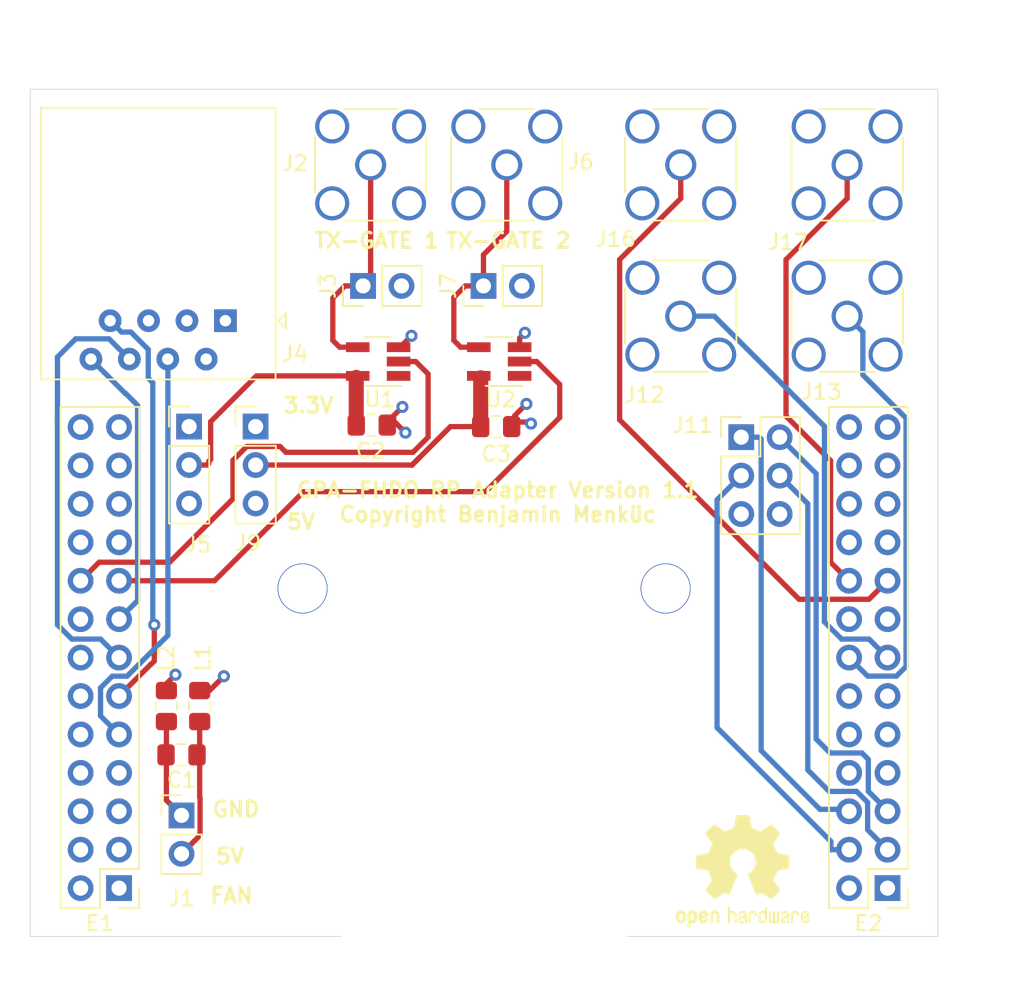
<source format=kicad_pcb>
(kicad_pcb (version 20171130) (host pcbnew "(5.1.5)-2")
  (layers (0 F.Cu signal) (1 In1.Cu power) (2 In2.Cu power) (31 B.Cu signal) (34 B.Paste user) (35 F.Paste user) (36 B.SilkS user) (37 F.SilkS user) (38 B.Mask user) (39 F.Mask user) (44 Edge.Cuts user))
  (net 0 "")
  (net 1 "Net-(C1-Pad2)")
  (net 2 "Net-(C1-Pad1)")
  (net 3 GND)
  (net 4 /TX_GATE_BUFFERED)
  (net 5 /MI)
  (net 6 /CS)
  (net 7 /MO)
  (net 8 /CLK)
  (net 9 +3V3)
  (net 10 +5V)
  (net 11 /TX_GATE_BUFFERED_2)
  (net 12 "Net-(J8-Pad24)")
  (net 13 "Net-(J8-Pad23)")
  (net 14 "Net-(J8-Pad22)")
  (net 15 "Net-(J8-Pad21)")
  (net 16 "Net-(J8-Pad20)")
  (net 17 "Net-(J8-Pad19)")
  (net 18 /TX_GATE)
  (net 19 /TX_GATE_2)
  (net 20 "Net-(J8-Pad16)")
  (net 21 "Net-(J8-Pad14)")
  (net 22 "Net-(J8-Pad12)")
  (net 23 "Net-(J8-Pad10)")
  (net 24 "Net-(J8-Pad8)")
  (net 25 "Net-(J8-Pad7)")
  (net 26 "Net-(J8-Pad6)")
  (net 27 "Net-(J8-Pad5)")
  (net 28 "Net-(J8-Pad4)")
  (net 29 "Net-(J8-Pad3)")
  (net 30 "Net-(J10-Pad24)")
  (net 31 "Net-(J10-Pad23)")
  (net 32 "Net-(J10-Pad22)")
  (net 33 "Net-(J10-Pad21)")
  (net 34 /Analog_Out_3)
  (net 35 /Analog_Out_2)
  (net 36 /Analog_Out_1)
  (net 37 /Analog_Out_0)
  (net 38 /Analog_In_3)
  (net 39 /Analog_In_2)
  (net 40 /Analog_In_1)
  (net 41 /Analog_In_0)
  (net 42 "Net-(J10-Pad12)")
  (net 43 "Net-(J10-Pad11)")
  (net 44 "Net-(J10-Pad10)")
  (net 45 "Net-(J10-Pad9)")
  (net 46 "Net-(J10-Pad8)")
  (net 47 "Net-(J10-Pad7)")
  (net 48 /CS_RP)
  (net 49 /SCK_RP)
  (net 50 /MISO_RP)
  (net 51 /MOSI_RP)
  (net 52 "Net-(J10-Pad2)")
  (net 53 /VCC1)
  (net 54 /VCC2)
  (module MountingHole:MountingHole_5mm (layer F.Cu) (at 130 105)
    (fp_text reference REF** (at 0 -6) (layer F.SilkS))
    (fp_text value MountingHole_5mm)
    (pad "" np_thru_hole circle (at 0 0) (size 29 29) (drill 29) (layers *.Cu *.Mask))
  )
  (module Connector_RJ:RJ45_Amphenol_54602-x08_Horizontal (layer F.Cu) (at 112.9 75.3 180)
    (fp_text reference J4 (at -4.6 -2.2) (layer F.SilkS))
    (fp_text value RJ45)
    (pad 8 thru_hole circle (at 8.89 -2.54 180) (size 1.5 1.5) (drill 0.76) (layers *.Cu *.Mask) (net 5 /MI))
    (pad 7 thru_hole circle (at 7.62 0 180) (size 1.5 1.5) (drill 0.76) (layers *.Cu *.Mask) (net 6 /CS))
    (pad 6 thru_hole circle (at 6.35 -2.54 180) (size 1.5 1.5) (drill 0.76) (layers *.Cu *.Mask) (net 7 /MO))
    (pad 5 thru_hole circle (at 5.08 0 180) (size 1.5 1.5) (drill 0.76) (layers *.Cu *.Mask) (net 3 GND))
    (pad 4 thru_hole circle (at 3.81 -2.54 180) (size 1.5 1.5) (drill 0.76) (layers *.Cu *.Mask) (net 8 /CLK))
    (pad 3 thru_hole circle (at 2.54 0 180) (size 1.5 1.5) (drill 0.76) (layers *.Cu *.Mask) (net 3 GND))
    (pad 2 thru_hole circle (at 1.27 -2.54 180) (size 1.5 1.5) (drill 0.76) (layers *.Cu *.Mask) (net 9 +3V3))
    (pad 1 thru_hole rect (at 0 0 180) (size 1.5 1.5) (drill 0.76) (layers *.Cu *.Mask) (net 3 GND))
    (pad "" np_thru_hole circle (at -1.27 6.35 180) (size 3.2 3.2) (drill 3.2) (layers *.Cu *.Mask))
    (pad "" np_thru_hole circle (at 10.16 6.35 180) (size 3.2 3.2) (drill 3.2) (layers *.Cu *.Mask))
  )
  (module Symbol:OSHW-Logo2_9.8x8mm_SilkScreen (layer F.Cu) (at 147.1 111.7)
    (fp_text reference REF** hide)
    (fp_text value OSHW-Logo2_9.8x8mm_SilkScreen hide)
  )
  (module Package_TO_SOT_SMD:SOT-23-5_HandSoldering (layer F.Cu) (at 131 78 180)
    (fp_text reference U2 (at -0.1 -2.5) (layer F.SilkS))
    (fp_text value 74LVC1G17)
    (pad 5 smd rect (at 1.35 -0.95 180) (size 1.56 0.65) (layers F.Cu F.Paste F.Mask) (net 54 /VCC2))
    (pad 4 smd rect (at 1.35 0.95 180) (size 1.56 0.65) (layers F.Cu F.Paste F.Mask) (net 11 /TX_GATE_BUFFERED_2))
    (pad 3 smd rect (at -1.35 0.95 180) (size 1.56 0.65) (layers F.Cu F.Paste F.Mask) (net 3 GND))
    (pad 2 smd rect (at -1.35 0 180) (size 1.56 0.65) (layers F.Cu F.Paste F.Mask) (net 19 /TX_GATE_2))
    (pad 1 smd rect (at -1.35 -0.95 180) (size 1.56 0.65) (layers F.Cu F.Paste F.Mask))
  )
  (module Package_TO_SOT_SMD:SOT-23-5_HandSoldering (layer F.Cu) (at 123 78 180)
    (fp_text reference U1 (at -0.1 -2.5) (layer F.SilkS))
    (fp_text value 74LVC1G17)
    (pad 5 smd rect (at 1.35 -0.95 180) (size 1.56 0.65) (layers F.Cu F.Paste F.Mask) (net 53 /VCC1))
    (pad 4 smd rect (at 1.35 0.95 180) (size 1.56 0.65) (layers F.Cu F.Paste F.Mask) (net 4 /TX_GATE_BUFFERED))
    (pad 3 smd rect (at -1.35 0.95 180) (size 1.56 0.65) (layers F.Cu F.Paste F.Mask) (net 3 GND))
    (pad 2 smd rect (at -1.35 0 180) (size 1.56 0.65) (layers F.Cu F.Paste F.Mask) (net 18 /TX_GATE))
    (pad 1 smd rect (at -1.35 -0.95 180) (size 1.56 0.65) (layers F.Cu F.Paste F.Mask))
  )
  (module Inductor_SMD:L_0805_2012Metric_Pad1.15x1.40mm_HandSolder (layer F.Cu) (at 109 100.775 270)
    (fp_text reference L2 (at -3.175 0 90) (layer F.SilkS))
    (fp_text value L)
    (pad 2 smd roundrect (at 1.025 0 270) (size 1.15 1.4) (layers F.Cu F.Paste F.Mask) (roundrect_rratio 0.217391) (net 1 "Net-(C1-Pad2)"))
    (pad 1 smd roundrect (at -1.025 0 270) (size 1.15 1.4) (layers F.Cu F.Paste F.Mask) (roundrect_rratio 0.217391) (net 3 GND))
  )
  (module Inductor_SMD:L_0805_2012Metric_Pad1.15x1.40mm_HandSolder (layer F.Cu) (at 111.2 100.775 270)
    (fp_text reference L1 (at -3.175 -0.2 90) (layer F.SilkS))
    (fp_text value L)
    (pad 2 smd roundrect (at 1.025 0 270) (size 1.15 1.4) (layers F.Cu F.Paste F.Mask) (roundrect_rratio 0.217391) (net 2 "Net-(C1-Pad1)"))
    (pad 1 smd roundrect (at -1.025 0 270) (size 1.15 1.4) (layers F.Cu F.Paste F.Mask) (roundrect_rratio 0.217391) (net 10 +5V))
  )
  (module Connector_Coaxial:SMA_Amphenol_132134_Vertical (layer F.Cu) (at 154 65)
    (fp_text reference J17 (at -3.9 5.1) (layer F.SilkS))
    (fp_text value "Analog Out 1")
    (pad 2 thru_hole circle (at -2.54 2.54) (size 2.25 2.25) (drill 1.7) (layers *.Cu *.Mask) (net 3 GND))
    (pad 2 thru_hole circle (at -2.54 -2.54) (size 2.25 2.25) (drill 1.7) (layers *.Cu *.Mask) (net 3 GND))
    (pad 2 thru_hole circle (at 2.54 -2.54) (size 2.25 2.25) (drill 1.7) (layers *.Cu *.Mask) (net 3 GND))
    (pad 2 thru_hole circle (at 2.54 2.54) (size 2.25 2.25) (drill 1.7) (layers *.Cu *.Mask) (net 3 GND))
    (pad 1 thru_hole circle (at 0 0) (size 2.05 2.05) (drill 1.5) (layers *.Cu *.Mask) (net 36 /Analog_Out_1))
  )
  (module Connector_Coaxial:SMA_Amphenol_132134_Vertical (layer F.Cu) (at 143 65)
    (fp_text reference J16 (at -4.3 4.9) (layer F.SilkS))
    (fp_text value "Analog Out 0")
    (pad 2 thru_hole circle (at -2.54 2.54) (size 2.25 2.25) (drill 1.7) (layers *.Cu *.Mask) (net 3 GND))
    (pad 2 thru_hole circle (at -2.54 -2.54) (size 2.25 2.25) (drill 1.7) (layers *.Cu *.Mask) (net 3 GND))
    (pad 2 thru_hole circle (at 2.54 -2.54) (size 2.25 2.25) (drill 1.7) (layers *.Cu *.Mask) (net 3 GND))
    (pad 2 thru_hole circle (at 2.54 2.54) (size 2.25 2.25) (drill 1.7) (layers *.Cu *.Mask) (net 3 GND))
    (pad 1 thru_hole circle (at 0 0) (size 2.05 2.05) (drill 1.5) (layers *.Cu *.Mask) (net 37 /Analog_Out_0))
  )
  (module Connector_Coaxial:SMA_Amphenol_132134_Vertical (layer F.Cu) (at 154 75)
    (fp_text reference J13 (at -1.7 5) (layer F.SilkS))
    (fp_text value "Analog In 1")
    (pad 2 thru_hole circle (at -2.54 2.54) (size 2.25 2.25) (drill 1.7) (layers *.Cu *.Mask) (net 3 GND))
    (pad 2 thru_hole circle (at -2.54 -2.54) (size 2.25 2.25) (drill 1.7) (layers *.Cu *.Mask) (net 3 GND))
    (pad 2 thru_hole circle (at 2.54 -2.54) (size 2.25 2.25) (drill 1.7) (layers *.Cu *.Mask) (net 3 GND))
    (pad 2 thru_hole circle (at 2.54 2.54) (size 2.25 2.25) (drill 1.7) (layers *.Cu *.Mask) (net 3 GND))
    (pad 1 thru_hole circle (at 0 0) (size 2.05 2.05) (drill 1.5) (layers *.Cu *.Mask) (net 40 /Analog_In_1))
  )
  (module Connector_Coaxial:SMA_Amphenol_132134_Vertical (layer F.Cu) (at 143 75)
    (fp_text reference J12 (at -2.4 5.2) (layer F.SilkS))
    (fp_text value "Analog In 0")
    (pad 2 thru_hole circle (at -2.54 2.54) (size 2.25 2.25) (drill 1.7) (layers *.Cu *.Mask) (net 3 GND))
    (pad 2 thru_hole circle (at -2.54 -2.54) (size 2.25 2.25) (drill 1.7) (layers *.Cu *.Mask) (net 3 GND))
    (pad 2 thru_hole circle (at 2.54 -2.54) (size 2.25 2.25) (drill 1.7) (layers *.Cu *.Mask) (net 3 GND))
    (pad 2 thru_hole circle (at 2.54 2.54) (size 2.25 2.25) (drill 1.7) (layers *.Cu *.Mask) (net 3 GND))
    (pad 1 thru_hole circle (at 0 0) (size 2.05 2.05) (drill 1.5) (layers *.Cu *.Mask) (net 41 /Analog_In_0))
  )
  (module Connector_PinHeader_2.54mm:PinHeader_2x03_P2.54mm_Vertical (layer F.Cu) (at 147 83)
    (fp_text reference J11 (at -3.2 -0.8) (layer F.SilkS))
    (fp_text value Conn_02x03_Odd_Even)
    (pad 6 thru_hole oval (at 2.54 5.08) (size 1.7 1.7) (drill 1) (layers *.Cu *.Mask) (net 3 GND))
    (pad 5 thru_hole oval (at 0 5.08) (size 1.7 1.7) (drill 1) (layers *.Cu *.Mask) (net 3 GND))
    (pad 4 thru_hole oval (at 2.54 2.54) (size 1.7 1.7) (drill 1) (layers *.Cu *.Mask) (net 51 /MOSI_RP))
    (pad 3 thru_hole oval (at 0 2.54) (size 1.7 1.7) (drill 1) (layers *.Cu *.Mask) (net 50 /MISO_RP))
    (pad 2 thru_hole oval (at 2.54 0) (size 1.7 1.7) (drill 1) (layers *.Cu *.Mask) (net 49 /SCK_RP))
    (pad 1 thru_hole rect (at 0 0) (size 1.7 1.7) (drill 1) (layers *.Cu *.Mask) (net 48 /CS_RP))
  )
  (module Connector_PinHeader_2.54mm:PinHeader_2x13_P2.54mm_Vertical (layer F.Cu) (at 156.67 112.81 180)
    (fp_text reference E2 (at 1.27 -2.33) (layer F.SilkS))
    (fp_text value "Extension Connector E2")
    (pad 26 thru_hole oval (at 2.54 30.48 180) (size 1.7 1.7) (drill 1) (layers *.Cu *.Mask) (net 3 GND))
    (pad 25 thru_hole oval (at 0 30.48 180) (size 1.7 1.7) (drill 1) (layers *.Cu *.Mask) (net 3 GND))
    (pad 24 thru_hole oval (at 2.54 27.94 180) (size 1.7 1.7) (drill 1) (layers *.Cu *.Mask) (net 30 "Net-(J10-Pad24)"))
    (pad 23 thru_hole oval (at 0 27.94 180) (size 1.7 1.7) (drill 1) (layers *.Cu *.Mask) (net 31 "Net-(J10-Pad23)"))
    (pad 22 thru_hole oval (at 2.54 25.4 180) (size 1.7 1.7) (drill 1) (layers *.Cu *.Mask) (net 32 "Net-(J10-Pad22)"))
    (pad 21 thru_hole oval (at 0 25.4 180) (size 1.7 1.7) (drill 1) (layers *.Cu *.Mask) (net 33 "Net-(J10-Pad21)"))
    (pad 20 thru_hole oval (at 2.54 22.86 180) (size 1.7 1.7) (drill 1) (layers *.Cu *.Mask) (net 34 /Analog_Out_3))
    (pad 19 thru_hole oval (at 0 22.86 180) (size 1.7 1.7) (drill 1) (layers *.Cu *.Mask) (net 35 /Analog_Out_2))
    (pad 18 thru_hole oval (at 2.54 20.32 180) (size 1.7 1.7) (drill 1) (layers *.Cu *.Mask) (net 36 /Analog_Out_1))
    (pad 17 thru_hole oval (at 0 20.32 180) (size 1.7 1.7) (drill 1) (layers *.Cu *.Mask) (net 37 /Analog_Out_0))
    (pad 16 thru_hole oval (at 2.54 17.78 180) (size 1.7 1.7) (drill 1) (layers *.Cu *.Mask) (net 38 /Analog_In_3))
    (pad 15 thru_hole oval (at 0 17.78 180) (size 1.7 1.7) (drill 1) (layers *.Cu *.Mask) (net 39 /Analog_In_2))
    (pad 14 thru_hole oval (at 2.54 15.24 180) (size 1.7 1.7) (drill 1) (layers *.Cu *.Mask) (net 40 /Analog_In_1))
    (pad 13 thru_hole oval (at 0 15.24 180) (size 1.7 1.7) (drill 1) (layers *.Cu *.Mask) (net 41 /Analog_In_0))
    (pad 12 thru_hole oval (at 2.54 12.7 180) (size 1.7 1.7) (drill 1) (layers *.Cu *.Mask) (net 42 "Net-(J10-Pad12)"))
    (pad 11 thru_hole oval (at 0 12.7 180) (size 1.7 1.7) (drill 1) (layers *.Cu *.Mask) (net 43 "Net-(J10-Pad11)"))
    (pad 10 thru_hole oval (at 2.54 10.16 180) (size 1.7 1.7) (drill 1) (layers *.Cu *.Mask) (net 44 "Net-(J10-Pad10)"))
    (pad 9 thru_hole oval (at 0 10.16 180) (size 1.7 1.7) (drill 1) (layers *.Cu *.Mask) (net 45 "Net-(J10-Pad9)"))
    (pad 8 thru_hole oval (at 2.54 7.62 180) (size 1.7 1.7) (drill 1) (layers *.Cu *.Mask) (net 46 "Net-(J10-Pad8)"))
    (pad 7 thru_hole oval (at 0 7.62 180) (size 1.7 1.7) (drill 1) (layers *.Cu *.Mask) (net 47 "Net-(J10-Pad7)"))
    (pad 6 thru_hole oval (at 2.54 5.08 180) (size 1.7 1.7) (drill 1) (layers *.Cu *.Mask) (net 48 /CS_RP))
    (pad 5 thru_hole oval (at 0 5.08 180) (size 1.7 1.7) (drill 1) (layers *.Cu *.Mask) (net 49 /SCK_RP))
    (pad 4 thru_hole oval (at 2.54 2.54 180) (size 1.7 1.7) (drill 1) (layers *.Cu *.Mask) (net 50 /MISO_RP))
    (pad 3 thru_hole oval (at 0 2.54 180) (size 1.7 1.7) (drill 1) (layers *.Cu *.Mask) (net 51 /MOSI_RP))
    (pad 2 thru_hole oval (at 2.54 0 180) (size 1.7 1.7) (drill 1) (layers *.Cu *.Mask) (net 52 "Net-(J10-Pad2)"))
    (pad 1 thru_hole rect (at 0 0 180) (size 1.7 1.7) (drill 1) (layers *.Cu *.Mask) (net 10 +5V))
  )
  (module Connector_PinHeader_2.54mm:PinHeader_1x03_P2.54mm_Vertical (layer F.Cu) (at 114.9 82.3)
    (fp_text reference J9 (at -0.5 7.7) (layer F.SilkS))
    (fp_text value Conn_01x03)
    (pad 3 thru_hole oval (at 0 5.08) (size 1.7 1.7) (drill 1) (layers *.Cu *.Mask) (net 10 +5V))
    (pad 2 thru_hole oval (at 0 2.54) (size 1.7 1.7) (drill 1) (layers *.Cu *.Mask) (net 54 /VCC2))
    (pad 1 thru_hole rect (at 0 0) (size 1.7 1.7) (drill 1) (layers *.Cu *.Mask) (net 9 +3V3))
  )
  (module Connector_PinHeader_2.54mm:PinHeader_2x13_P2.54mm_Vertical (layer F.Cu) (at 105.87 112.81 180)
    (fp_text reference E1 (at 1.27 -2.33) (layer F.SilkS))
    (fp_text value "Extension Connector E1")
    (pad 26 thru_hole oval (at 2.54 30.48 180) (size 1.7 1.7) (drill 1) (layers *.Cu *.Mask) (net 3 GND))
    (pad 25 thru_hole oval (at 0 30.48 180) (size 1.7 1.7) (drill 1) (layers *.Cu *.Mask) (net 3 GND))
    (pad 24 thru_hole oval (at 2.54 27.94 180) (size 1.7 1.7) (drill 1) (layers *.Cu *.Mask) (net 12 "Net-(J8-Pad24)"))
    (pad 23 thru_hole oval (at 0 27.94 180) (size 1.7 1.7) (drill 1) (layers *.Cu *.Mask) (net 13 "Net-(J8-Pad23)"))
    (pad 22 thru_hole oval (at 2.54 25.4 180) (size 1.7 1.7) (drill 1) (layers *.Cu *.Mask) (net 14 "Net-(J8-Pad22)"))
    (pad 21 thru_hole oval (at 0 25.4 180) (size 1.7 1.7) (drill 1) (layers *.Cu *.Mask) (net 15 "Net-(J8-Pad21)"))
    (pad 20 thru_hole oval (at 2.54 22.86 180) (size 1.7 1.7) (drill 1) (layers *.Cu *.Mask) (net 16 "Net-(J8-Pad20)"))
    (pad 19 thru_hole oval (at 0 22.86 180) (size 1.7 1.7) (drill 1) (layers *.Cu *.Mask) (net 17 "Net-(J8-Pad19)"))
    (pad 18 thru_hole oval (at 2.54 20.32 180) (size 1.7 1.7) (drill 1) (layers *.Cu *.Mask) (net 18 /TX_GATE))
    (pad 17 thru_hole oval (at 0 20.32 180) (size 1.7 1.7) (drill 1) (layers *.Cu *.Mask) (net 19 /TX_GATE_2))
    (pad 16 thru_hole oval (at 2.54 17.78 180) (size 1.7 1.7) (drill 1) (layers *.Cu *.Mask) (net 20 "Net-(J8-Pad16)"))
    (pad 15 thru_hole oval (at 0 17.78 180) (size 1.7 1.7) (drill 1) (layers *.Cu *.Mask) (net 5 /MI))
    (pad 14 thru_hole oval (at 2.54 15.24 180) (size 1.7 1.7) (drill 1) (layers *.Cu *.Mask) (net 21 "Net-(J8-Pad14)"))
    (pad 13 thru_hole oval (at 0 15.24 180) (size 1.7 1.7) (drill 1) (layers *.Cu *.Mask) (net 7 /MO))
    (pad 12 thru_hole oval (at 2.54 12.7 180) (size 1.7 1.7) (drill 1) (layers *.Cu *.Mask) (net 22 "Net-(J8-Pad12)"))
    (pad 11 thru_hole oval (at 0 12.7 180) (size 1.7 1.7) (drill 1) (layers *.Cu *.Mask) (net 6 /CS))
    (pad 10 thru_hole oval (at 2.54 10.16 180) (size 1.7 1.7) (drill 1) (layers *.Cu *.Mask) (net 23 "Net-(J8-Pad10)"))
    (pad 9 thru_hole oval (at 0 10.16 180) (size 1.7 1.7) (drill 1) (layers *.Cu *.Mask) (net 8 /CLK))
    (pad 8 thru_hole oval (at 2.54 7.62 180) (size 1.7 1.7) (drill 1) (layers *.Cu *.Mask) (net 24 "Net-(J8-Pad8)"))
    (pad 7 thru_hole oval (at 0 7.62 180) (size 1.7 1.7) (drill 1) (layers *.Cu *.Mask) (net 25 "Net-(J8-Pad7)"))
    (pad 6 thru_hole oval (at 2.54 5.08 180) (size 1.7 1.7) (drill 1) (layers *.Cu *.Mask) (net 26 "Net-(J8-Pad6)"))
    (pad 5 thru_hole oval (at 0 5.08 180) (size 1.7 1.7) (drill 1) (layers *.Cu *.Mask) (net 27 "Net-(J8-Pad5)"))
    (pad 4 thru_hole oval (at 2.54 2.54 180) (size 1.7 1.7) (drill 1) (layers *.Cu *.Mask) (net 28 "Net-(J8-Pad4)"))
    (pad 3 thru_hole oval (at 0 2.54 180) (size 1.7 1.7) (drill 1) (layers *.Cu *.Mask) (net 29 "Net-(J8-Pad3)"))
    (pad 2 thru_hole oval (at 2.54 0 180) (size 1.7 1.7) (drill 1) (layers *.Cu *.Mask) (net 9 +3V3))
    (pad 1 thru_hole rect (at 0 0 180) (size 1.7 1.7) (drill 1) (layers *.Cu *.Mask) (net 9 +3V3))
  )
  (module Connector_PinHeader_2.54mm:PinHeader_1x02_P2.54mm_Vertical (layer F.Cu) (at 129.96 73 90)
    (fp_text reference J7 (at 0 -2.33 90) (layer F.SilkS))
    (fp_text value Conn_01x02)
    (pad 2 thru_hole oval (at 0 2.54 90) (size 1.7 1.7) (drill 1) (layers *.Cu *.Mask) (net 3 GND))
    (pad 1 thru_hole rect (at 0 0 90) (size 1.7 1.7) (drill 1) (layers *.Cu *.Mask) (net 11 /TX_GATE_BUFFERED_2))
  )
  (module Connector_Coaxial:SMA_Amphenol_132134_Vertical (layer F.Cu) (at 131.5 65)
    (fp_text reference J6 (at 4.9 -0.2) (layer F.SilkS))
    (fp_text value Conn_Coaxial)
    (pad 2 thru_hole circle (at -2.54 2.54) (size 2.25 2.25) (drill 1.7) (layers *.Cu *.Mask) (net 3 GND))
    (pad 2 thru_hole circle (at -2.54 -2.54) (size 2.25 2.25) (drill 1.7) (layers *.Cu *.Mask) (net 3 GND))
    (pad 2 thru_hole circle (at 2.54 -2.54) (size 2.25 2.25) (drill 1.7) (layers *.Cu *.Mask) (net 3 GND))
    (pad 2 thru_hole circle (at 2.54 2.54) (size 2.25 2.25) (drill 1.7) (layers *.Cu *.Mask) (net 3 GND))
    (pad 1 thru_hole circle (at 0 0) (size 2.05 2.05) (drill 1.5) (layers *.Cu *.Mask) (net 11 /TX_GATE_BUFFERED_2))
  )
  (module Connector_PinHeader_2.54mm:PinHeader_1x03_P2.54mm_Vertical (layer F.Cu) (at 110.5 82.3)
    (fp_text reference J5 (at 0.6 7.8) (layer F.SilkS))
    (fp_text value Conn_01x03)
    (pad 3 thru_hole oval (at 0 5.08) (size 1.7 1.7) (drill 1) (layers *.Cu *.Mask) (net 10 +5V))
    (pad 2 thru_hole oval (at 0 2.54) (size 1.7 1.7) (drill 1) (layers *.Cu *.Mask) (net 53 /VCC1))
    (pad 1 thru_hole rect (at 0 0) (size 1.7 1.7) (drill 1) (layers *.Cu *.Mask) (net 9 +3V3))
  )
  (module Connector_PinHeader_2.54mm:PinHeader_1x02_P2.54mm_Vertical (layer F.Cu) (at 122 73 90)
    (fp_text reference J3 (at 0 -2.33 90) (layer F.SilkS))
    (fp_text value Conn_01x02)
    (pad 2 thru_hole oval (at 0 2.54 90) (size 1.7 1.7) (drill 1) (layers *.Cu *.Mask) (net 3 GND))
    (pad 1 thru_hole rect (at 0 0 90) (size 1.7 1.7) (drill 1) (layers *.Cu *.Mask) (net 4 /TX_GATE_BUFFERED))
  )
  (module Connector_Coaxial:SMA_Amphenol_132134_Vertical (layer F.Cu) (at 122.5 65)
    (fp_text reference J2 (at -5 -0.1) (layer F.SilkS))
    (fp_text value Conn_Coaxial)
    (pad 2 thru_hole circle (at -2.54 2.54) (size 2.25 2.25) (drill 1.7) (layers *.Cu *.Mask) (net 3 GND))
    (pad 2 thru_hole circle (at -2.54 -2.54) (size 2.25 2.25) (drill 1.7) (layers *.Cu *.Mask) (net 3 GND))
    (pad 2 thru_hole circle (at 2.54 -2.54) (size 2.25 2.25) (drill 1.7) (layers *.Cu *.Mask) (net 3 GND))
    (pad 2 thru_hole circle (at 2.54 2.54) (size 2.25 2.25) (drill 1.7) (layers *.Cu *.Mask) (net 3 GND))
    (pad 1 thru_hole circle (at 0 0) (size 2.05 2.05) (drill 1.5) (layers *.Cu *.Mask) (net 4 /TX_GATE_BUFFERED))
  )
  (module Connector_PinHeader_2.54mm:PinHeader_1x02_P2.54mm_Vertical (layer F.Cu) (at 110 108)
    (fp_text reference J1 (at 0 5.5) (layer F.SilkS))
    (fp_text value PWR_Fan)
    (pad 2 thru_hole oval (at 0 2.54) (size 1.7 1.7) (drill 1) (layers *.Cu *.Mask) (net 2 "Net-(C1-Pad1)"))
    (pad 1 thru_hole rect (at 0 0) (size 1.7 1.7) (drill 1) (layers *.Cu *.Mask) (net 1 "Net-(C1-Pad2)"))
  )
  (module Capacitor_SMD:C_0805_2012Metric_Pad1.15x1.40mm_HandSolder (layer F.Cu) (at 130.8 82.3)
    (fp_text reference C3 (at 0 1.8) (layer F.SilkS))
    (fp_text value 10uF)
    (pad 2 smd roundrect (at 1.025 0) (size 1.15 1.4) (layers F.Cu F.Paste F.Mask) (roundrect_rratio 0.217391) (net 3 GND))
    (pad 1 smd roundrect (at -1.025 0) (size 1.15 1.4) (layers F.Cu F.Paste F.Mask) (roundrect_rratio 0.217391) (net 54 /VCC2))
  )
  (module Capacitor_SMD:C_0805_2012Metric_Pad1.15x1.40mm_HandSolder (layer F.Cu) (at 122.575 82.2)
    (fp_text reference C2 (at -0.075 1.7) (layer F.SilkS))
    (fp_text value 10uF)
    (pad 2 smd roundrect (at 1.025 0) (size 1.15 1.4) (layers F.Cu F.Paste F.Mask) (roundrect_rratio 0.217391) (net 3 GND))
    (pad 1 smd roundrect (at -1.025 0) (size 1.15 1.4) (layers F.Cu F.Paste F.Mask) (roundrect_rratio 0.217391) (net 53 /VCC1))
  )
  (module Capacitor_SMD:C_0805_2012Metric_Pad1.15x1.40mm_HandSolder (layer F.Cu) (at 110 104 180)
    (fp_text reference C1 (at 0 -1.65) (layer F.SilkS))
    (fp_text value 10uF)
    (pad 2 smd roundrect (at 1.025 0 180) (size 1.15 1.4) (layers F.Cu F.Paste F.Mask) (roundrect_rratio 0.217391) (net 1 "Net-(C1-Pad2)"))
    (pad 1 smd roundrect (at -1.025 0 180) (size 1.15 1.4) (layers F.Cu F.Paste F.Mask) (roundrect_rratio 0.217391) (net 2 "Net-(C1-Pad1)"))
  )
  (gr_text "FAN\n" (at 113.3 113.3) (layer F.SilkS) (effects (font (size 1 1) (thickness 0.2))))
  (gr_text GND (at 113.6 107.6) (layer F.SilkS) (effects (font (size 1 1) (thickness 0.2))))
  (gr_text 5V (at 113.2 110.7) (layer F.SilkS) (effects (font (size 1 1) (thickness 0.2))))
  (gr_text 5V (at 117.9 88.6) (layer F.SilkS) (effects (font (size 1 1) (thickness 0.2))))
  (gr_text 3.3V (at 118.4 80.9) (layer F.SilkS) (effects (font (size 1 1) (thickness 0.2))))
  (gr_text "TX-GATE 2" (at 131.6 70) (layer F.SilkS) (effects (font (size 1 1) (thickness 0.2))))
  (gr_text "TX-GATE 1" (at 122.9 70) (layer F.SilkS) (effects (font (size 1 1) (thickness 0.2))))
  (gr_text "GPA-FHDO RP Adapter Version 1.1\nCopyright Benjamin Menküc" (at 130.9 87.3) (layer F.SilkS) (effects (font (size 1 1) (thickness 0.2))))
  (gr_line (start 100 116) (end 100 60) (layer Edge.Cuts) (width 0.05))
  (gr_line (start 160 116) (end 100 116) (layer Edge.Cuts) (width 0.05))
  (gr_line (start 160 60) (end 160 116) (layer Edge.Cuts) (width 0.05))
  (gr_line (start 100 60) (end 160 60) (layer Edge.Cuts) (width 0.05))
  (via (at 142 93) (size 3.3) (drill 3.2) (layers F.Cu B.Cu) (net 0))
  (via (at 118 93) (size 3.3) (drill 3.2) (layers F.Cu B.Cu) (net 0))
  (segment (start 109 107) (end 110 108) (width 0.35) (layer F.Cu) (net 1))
  (segment (start 109 101.8) (end 109 107) (width 0.35) (layer F.Cu) (net 1))
  (segment (start 111.225001 109.314999) (end 110.849999 109.690001) (width 0.35) (layer F.Cu) (net 2))
  (segment (start 111.225001 106.849999) (end 111.225001 109.314999) (width 0.35) (layer F.Cu) (net 2))
  (segment (start 111.2 106.824998) (end 111.225001 106.849999) (width 0.35) (layer F.Cu) (net 2))
  (segment (start 110.849999 109.690001) (end 110 110.54) (width 0.35) (layer F.Cu) (net 2))
  (segment (start 111.2 101.8) (end 111.2 106.824998) (width 0.35) (layer F.Cu) (net 2))
  (via (at 132.8 80.8) (size 0.8) (drill 0.4) (layers F.Cu B.Cu) (net 3))
  (segment (start 132.025 82) (end 132.025 81.575) (width 0.35) (layer F.Cu) (net 3))
  (segment (start 132.025 81.575) (end 132.8 80.8) (width 0.35) (layer F.Cu) (net 3))
  (via (at 133.1 82.1) (size 0.8) (drill 0.4) (layers F.Cu B.Cu) (net 3))
  (segment (start 132.025 82) (end 133 82) (width 0.35) (layer F.Cu) (net 3))
  (segment (start 133 82) (end 133.1 82.1) (width 0.35) (layer F.Cu) (net 3))
  (via (at 124.6 81) (size 0.8) (drill 0.4) (layers F.Cu B.Cu) (net 3))
  (segment (start 124.025 82) (end 124.025 81.575) (width 0.35) (layer F.Cu) (net 3))
  (segment (start 124.025 81.575) (end 124.6 81) (width 0.35) (layer F.Cu) (net 3))
  (segment (start 124.025 82) (end 124.1 82) (width 0.35) (layer F.Cu) (net 3))
  (via (at 124.8 82.7) (size 0.8) (drill 0.4) (layers F.Cu B.Cu) (net 3))
  (segment (start 124.1 82) (end 124.8 82.7) (width 0.35) (layer F.Cu) (net 3))
  (via (at 109.6 98.7) (size 0.8) (drill 0.4) (layers F.Cu B.Cu) (net 3))
  (segment (start 109 99.75) (end 109 99.3) (width 0.35) (layer F.Cu) (net 3))
  (segment (start 109 99.3) (end 109.6 98.7) (width 0.35) (layer F.Cu) (net 3))
  (via (at 132.7 76.1) (size 0.8) (drill 0.4) (layers F.Cu B.Cu) (net 3))
  (segment (start 132.35 77.05) (end 132.35 76.45) (width 0.35) (layer F.Cu) (net 3))
  (segment (start 132.35 76.45) (end 132.7 76.1) (width 0.35) (layer F.Cu) (net 3))
  (via (at 125.2 76.3) (size 0.8) (drill 0.4) (layers F.Cu B.Cu) (net 3))
  (segment (start 124.35 77.05) (end 124.45 77.05) (width 0.35) (layer F.Cu) (net 3))
  (segment (start 124.45 77.05) (end 125.2 76.3) (width 0.35) (layer F.Cu) (net 3))
  (segment (start 122.5 72.5) (end 122 73) (width 0.35) (layer F.Cu) (net 4))
  (segment (start 122.5 65) (end 122.5 72.5) (width 0.35) (layer F.Cu) (net 4))
  (segment (start 120.45 77.05) (end 121.65 77.05) (width 0.35) (layer F.Cu) (net 4))
  (segment (start 120 76.6) (end 120.45 77.05) (width 0.35) (layer F.Cu) (net 4))
  (segment (start 122 73) (end 120.8 73) (width 0.35) (layer F.Cu) (net 4))
  (segment (start 120 73.8) (end 120 76.6) (width 0.35) (layer F.Cu) (net 4))
  (segment (start 120.8 73) (end 120 73.8) (width 0.35) (layer F.Cu) (net 4))
  (segment (start 106.27 80.1) (end 104.01 77.84) (width 0.35) (layer B.Cu) (net 5))
  (segment (start 106.3 80.1) (end 106.27 80.1) (width 0.35) (layer B.Cu) (net 5))
  (segment (start 107.095001 80.895001) (end 106.3 80.1) (width 0.35) (layer B.Cu) (net 5))
  (segment (start 105.87 95.03) (end 107.095001 93.804999) (width 0.35) (layer B.Cu) (net 5))
  (segment (start 107.095001 93.804999) (end 107.095001 80.895001) (width 0.35) (layer B.Cu) (net 5))
  (via (at 108.2 95.4) (size 0.8) (drill 0.4) (layers F.Cu B.Cu) (net 6))
  (segment (start 106.719999 99.260001) (end 105.87 100.11) (width 0.35) (layer F.Cu) (net 6))
  (segment (start 107.98 98) (end 106.719999 99.260001) (width 0.35) (layer F.Cu) (net 6))
  (segment (start 108 98) (end 107.98 98) (width 0.35) (layer F.Cu) (net 6))
  (segment (start 108.2 95.4) (end 108.2 97.8) (width 0.35) (layer F.Cu) (net 6))
  (segment (start 108.2 97.8) (end 108 98) (width 0.35) (layer F.Cu) (net 6))
  (segment (start 108.1 95.3) (end 108.1 79.4) (width 0.35) (layer B.Cu) (net 6))
  (segment (start 106.029999 76.049999) (end 105.28 75.3) (width 0.35) (layer B.Cu) (net 6))
  (segment (start 106.649999 76.049999) (end 106.029999 76.049999) (width 0.35) (layer B.Cu) (net 6))
  (segment (start 108.2 95.4) (end 108.1 95.3) (width 0.35) (layer B.Cu) (net 6))
  (segment (start 107.8 77.2) (end 106.649999 76.049999) (width 0.35) (layer B.Cu) (net 6))
  (segment (start 108.1 79.4) (end 107.8 79.1) (width 0.35) (layer B.Cu) (net 6))
  (segment (start 107.8 79.1) (end 107.8 77.2) (width 0.35) (layer B.Cu) (net 6))
  (segment (start 101.8 81.4) (end 101.8 82.2) (width 0.35) (layer B.Cu) (net 7))
  (segment (start 104.644999 96.344999) (end 105.020001 96.720001) (width 0.35) (layer B.Cu) (net 7))
  (segment (start 105.020001 96.720001) (end 105.87 97.57) (width 0.35) (layer B.Cu) (net 7))
  (segment (start 102.744999 96.344999) (end 104.644999 96.344999) (width 0.35) (layer B.Cu) (net 7))
  (segment (start 101.8 82.2) (end 101.8 95.4) (width 0.35) (layer B.Cu) (net 7))
  (segment (start 101.8 95.4) (end 102.744999 96.344999) (width 0.35) (layer B.Cu) (net 7))
  (segment (start 103 76.5) (end 105.21 76.5) (width 0.35) (layer B.Cu) (net 7))
  (segment (start 101.8 82.2) (end 101.8 77.7) (width 0.35) (layer B.Cu) (net 7))
  (segment (start 105.800001 77.090001) (end 106.55 77.84) (width 0.35) (layer B.Cu) (net 7))
  (segment (start 105.21 76.5) (end 105.800001 77.090001) (width 0.35) (layer B.Cu) (net 7))
  (segment (start 101.8 77.7) (end 103 76.5) (width 0.35) (layer B.Cu) (net 7))
  (segment (start 104.644999 99.572831) (end 105.41783 98.8) (width 0.35) (layer B.Cu) (net 8))
  (segment (start 105.87 102.65) (end 104.644999 101.424999) (width 0.35) (layer B.Cu) (net 8))
  (segment (start 104.644999 101.424999) (end 104.644999 99.572831) (width 0.35) (layer B.Cu) (net 8))
  (segment (start 106.402169 98.8) (end 109.1 96.102169) (width 0.35) (layer B.Cu) (net 8))
  (segment (start 105.41783 98.8) (end 106.402169 98.8) (width 0.35) (layer B.Cu) (net 8))
  (segment (start 109.1 96.102169) (end 109.1 78.63) (width 0.35) (layer B.Cu) (net 8))
  (via (at 112.8 98.8) (size 0.8) (drill 0.4) (layers F.Cu B.Cu) (net 10))
  (segment (start 111.2 99.75) (end 111.85 99.75) (width 0.35) (layer F.Cu) (net 10))
  (segment (start 111.85 99.75) (end 112.8 98.8) (width 0.35) (layer F.Cu) (net 10))
  (segment (start 131.5 65) (end 131.5 69.4) (width 0.35) (layer F.Cu) (net 11))
  (segment (start 129.96 70.94) (end 129.96 73) (width 0.35) (layer F.Cu) (net 11))
  (segment (start 131.5 69.4) (end 129.96 70.94) (width 0.35) (layer F.Cu) (net 11))
  (segment (start 128.76 73) (end 128 73.76) (width 0.35) (layer F.Cu) (net 11))
  (segment (start 129.96 73) (end 128.76 73) (width 0.35) (layer F.Cu) (net 11))
  (segment (start 128 73.76) (end 128 76.6) (width 0.35) (layer F.Cu) (net 11))
  (segment (start 128.45 77.05) (end 129.65 77.05) (width 0.35) (layer F.Cu) (net 11))
  (segment (start 128 76.6) (end 128.45 77.05) (width 0.35) (layer F.Cu) (net 11))
  (segment (start 125.48 78) (end 124.35 78) (width 0.35) (layer F.Cu) (net 18))
  (segment (start 126.3 83) (end 126.3 78.82) (width 0.35) (layer F.Cu) (net 18))
  (segment (start 126.3 78.82) (end 125.48 78) (width 0.35) (layer F.Cu) (net 18))
  (segment (start 125.3 84) (end 126.3 83) (width 0.35) (layer F.Cu) (net 18))
  (segment (start 116.514999 83.614999) (end 116.9 84) (width 0.35) (layer F.Cu) (net 18))
  (segment (start 113.4 87.075002) (end 113.4 84.526998) (width 0.35) (layer F.Cu) (net 18))
  (segment (start 114.311999 83.614999) (end 116.514999 83.614999) (width 0.35) (layer F.Cu) (net 18))
  (segment (start 109.210003 91.264999) (end 113.4 87.075002) (width 0.35) (layer F.Cu) (net 18))
  (segment (start 104.555001 91.264999) (end 109.210003 91.264999) (width 0.35) (layer F.Cu) (net 18))
  (segment (start 113.4 84.526998) (end 114.311999 83.614999) (width 0.35) (layer F.Cu) (net 18))
  (segment (start 116.9 84) (end 125.3 84) (width 0.35) (layer F.Cu) (net 18))
  (segment (start 103.33 92.49) (end 104.555001 91.264999) (width 0.35) (layer F.Cu) (net 18))
  (segment (start 112.185002 92.49) (end 118.075002 86.6) (width 0.35) (layer F.Cu) (net 19))
  (segment (start 105.87 92.49) (end 112.185002 92.49) (width 0.35) (layer F.Cu) (net 19))
  (segment (start 118.075002 86.6) (end 130.1 86.6) (width 0.35) (layer F.Cu) (net 19))
  (segment (start 130.1 86.6) (end 135 81.7) (width 0.35) (layer F.Cu) (net 19))
  (segment (start 133.48 78) (end 132.35 78) (width 0.35) (layer F.Cu) (net 19))
  (segment (start 135 79.52) (end 133.48 78) (width 0.35) (layer F.Cu) (net 19))
  (segment (start 135 81.7) (end 135 79.52) (width 0.35) (layer F.Cu) (net 19))
  (segment (start 153.280001 91.640001) (end 154.13 92.49) (width 0.35) (layer F.Cu) (net 36))
  (segment (start 152.904999 91.264999) (end 153.280001 91.640001) (width 0.35) (layer F.Cu) (net 36))
  (segment (start 152.904999 84.551997) (end 152.904999 91.264999) (width 0.35) (layer F.Cu) (net 36))
  (segment (start 149.959999 81.606997) (end 152.904999 84.551997) (width 0.35) (layer F.Cu) (net 36))
  (segment (start 149.959999 71.260003) (end 149.959999 81.606997) (width 0.35) (layer F.Cu) (net 36))
  (segment (start 154 67.220002) (end 149.959999 71.260003) (width 0.35) (layer F.Cu) (net 36))
  (segment (start 154 65) (end 154 67.220002) (width 0.35) (layer F.Cu) (net 36))
  (segment (start 155.820001 93.339999) (end 156.67 92.49) (width 0.35) (layer F.Cu) (net 37))
  (segment (start 155.444999 93.715001) (end 155.820001 93.339999) (width 0.35) (layer F.Cu) (net 37))
  (segment (start 143 65) (end 143 67.220002) (width 0.35) (layer F.Cu) (net 37))
  (segment (start 138.959999 81.853001) (end 150.821999 93.715001) (width 0.35) (layer F.Cu) (net 37))
  (segment (start 143 67.220002) (end 138.959999 71.260003) (width 0.35) (layer F.Cu) (net 37))
  (segment (start 138.959999 71.260003) (end 138.959999 81.853001) (width 0.35) (layer F.Cu) (net 37))
  (segment (start 150.821999 93.715001) (end 155.444999 93.715001) (width 0.35) (layer F.Cu) (net 37))
  (segment (start 154.979999 98.419999) (end 154.13 97.57) (width 0.35) (layer B.Cu) (net 40))
  (segment (start 155.355001 98.795001) (end 154.979999 98.419999) (width 0.35) (layer B.Cu) (net 40))
  (segment (start 157.258001 98.795001) (end 155.355001 98.795001) (width 0.35) (layer B.Cu) (net 40))
  (segment (start 157.895001 98.158001) (end 157.258001 98.795001) (width 0.35) (layer B.Cu) (net 40))
  (segment (start 157.895001 81.741999) (end 157.895001 98.158001) (width 0.35) (layer B.Cu) (net 40))
  (segment (start 155.039999 78.886997) (end 157.895001 81.741999) (width 0.35) (layer B.Cu) (net 40))
  (segment (start 155.039999 76.039999) (end 155.039999 78.886997) (width 0.35) (layer B.Cu) (net 40))
  (segment (start 154 75) (end 155.039999 76.039999) (width 0.35) (layer B.Cu) (net 40))
  (segment (start 145.220002 75) (end 152.5 82.279998) (width 0.35) (layer B.Cu) (net 41))
  (segment (start 143 75) (end 145.220002 75) (width 0.35) (layer B.Cu) (net 41))
  (segment (start 155.820001 96.720001) (end 156.67 97.57) (width 0.35) (layer B.Cu) (net 41))
  (segment (start 153.631997 96.344999) (end 155.444999 96.344999) (width 0.35) (layer B.Cu) (net 41))
  (segment (start 155.444999 96.344999) (end 155.820001 96.720001) (width 0.35) (layer B.Cu) (net 41))
  (segment (start 152.5 95.213002) (end 153.631997 96.344999) (width 0.35) (layer B.Cu) (net 41))
  (segment (start 152.5 82.279998) (end 152.5 95.213002) (width 0.35) (layer B.Cu) (net 41))
  (segment (start 154 107.6) (end 154.13 107.73) (width 0.35) (layer B.Cu) (net 48))
  (segment (start 148.2 83) (end 148.314999 83.114999) (width 0.35) (layer B.Cu) (net 48))
  (segment (start 148.314999 103.714999) (end 152.2 107.6) (width 0.35) (layer B.Cu) (net 48))
  (segment (start 152.2 107.6) (end 154 107.6) (width 0.35) (layer B.Cu) (net 48))
  (segment (start 147 83) (end 148.2 83) (width 0.35) (layer B.Cu) (net 48))
  (segment (start 148.314999 83.114999) (end 148.314999 103.714999) (width 0.35) (layer B.Cu) (net 48))
  (segment (start 156.67 107.679166) (end 156.67 107.73) (width 0.35) (layer B.Cu) (net 49))
  (segment (start 155.4 104.3) (end 155.4 106.409166) (width 0.35) (layer B.Cu) (net 49))
  (segment (start 151.94999 85.40999) (end 151.94999 102.94999) (width 0.35) (layer B.Cu) (net 49))
  (segment (start 155.4 106.409166) (end 156.67 107.679166) (width 0.35) (layer B.Cu) (net 49))
  (segment (start 149.54 83) (end 151.94999 85.40999) (width 0.35) (layer B.Cu) (net 49))
  (segment (start 151.94999 102.94999) (end 152.875001 103.875001) (width 0.35) (layer B.Cu) (net 49))
  (segment (start 152.875001 103.875001) (end 154.975001 103.875001) (width 0.35) (layer B.Cu) (net 49))
  (segment (start 154.975001 103.875001) (end 155.4 104.3) (width 0.35) (layer B.Cu) (net 49))
  (segment (start 152.927919 110.27) (end 154.13 110.27) (width 0.35) (layer B.Cu) (net 50))
  (segment (start 152.927919 109.727919) (end 152.927919 110.27) (width 0.35) (layer B.Cu) (net 50))
  (segment (start 145.4 102.2) (end 152.927919 109.727919) (width 0.35) (layer B.Cu) (net 50))
  (segment (start 147 85.54) (end 145.4 87.14) (width 0.35) (layer B.Cu) (net 50))
  (segment (start 145.4 87.14) (end 145.4 102.2) (width 0.35) (layer B.Cu) (net 50))
  (segment (start 155.820001 109.420001) (end 156.67 110.27) (width 0.35) (layer B.Cu) (net 51))
  (segment (start 155.355001 107.141999) (end 155.355001 108.955001) (width 0.35) (layer B.Cu) (net 51))
  (segment (start 152.815001 106.415001) (end 154.628003 106.415001) (width 0.35) (layer B.Cu) (net 51))
  (segment (start 154.628003 106.415001) (end 155.355001 107.141999) (width 0.35) (layer B.Cu) (net 51))
  (segment (start 155.355001 108.955001) (end 155.820001 109.420001) (width 0.35) (layer B.Cu) (net 51))
  (segment (start 149.54 85.54) (end 151.39998 87.39998) (width 0.35) (layer B.Cu) (net 51))
  (segment (start 151.39998 87.39998) (end 151.39998 104.99998) (width 0.35) (layer B.Cu) (net 51))
  (segment (start 151.39998 104.99998) (end 152.815001 106.415001) (width 0.35) (layer B.Cu) (net 51))
  (segment (start 111.702081 84.84) (end 110.5 84.84) (width 0.35) (layer F.Cu) (net 53))
  (segment (start 111.8 84.742081) (end 111.702081 84.84) (width 0.35) (layer F.Cu) (net 53))
  (segment (start 121.65 78.95) (end 114.95 78.95) (width 0.35) (layer F.Cu) (net 53))
  (segment (start 114.95 78.95) (end 111.925001 81.974999) (width 0.35) (layer F.Cu) (net 53))
  (segment (start 111.925001 81.974999) (end 111.925001 84.474999) (width 0.35) (layer F.Cu) (net 53))
  (segment (start 111.8 84.6) (end 111.8 84.742081) (width 0.35) (layer F.Cu) (net 53))
  (segment (start 111.925001 84.474999) (end 111.8 84.6) (width 0.35) (layer F.Cu) (net 53))
  (segment (start 121.55 79.05) (end 121.65 78.95) (width 0.35) (layer F.Cu) (net 53))
  (segment (start 121.55 82.2) (end 121.55 79.05) (width 1) (layer F.Cu) (net 53))
  (segment (start 129.775 79.075) (end 129.65 78.95) (width 0.35) (layer F.Cu) (net 54))
  (segment (start 129.775 82.3) (end 129.775 79.075) (width 1) (layer F.Cu) (net 54))
  (segment (start 125.237832 84.84) (end 125.738916 84.338916) (width 0.35) (layer F.Cu) (net 54))
  (segment (start 114.9 84.84) (end 125.237832 84.84) (width 0.35) (layer F.Cu) (net 54))
  (segment (start 125.217833 84.86) (end 125.738916 84.338916) (width 0.35) (layer F.Cu) (net 54))
  (segment (start 127.777832 82.3) (end 129.775 82.3) (width 0.35) (layer F.Cu) (net 54))
  (segment (start 125.738916 84.338916) (end 127.777832 82.3) (width 0.35) (layer F.Cu) (net 54))
)
</source>
